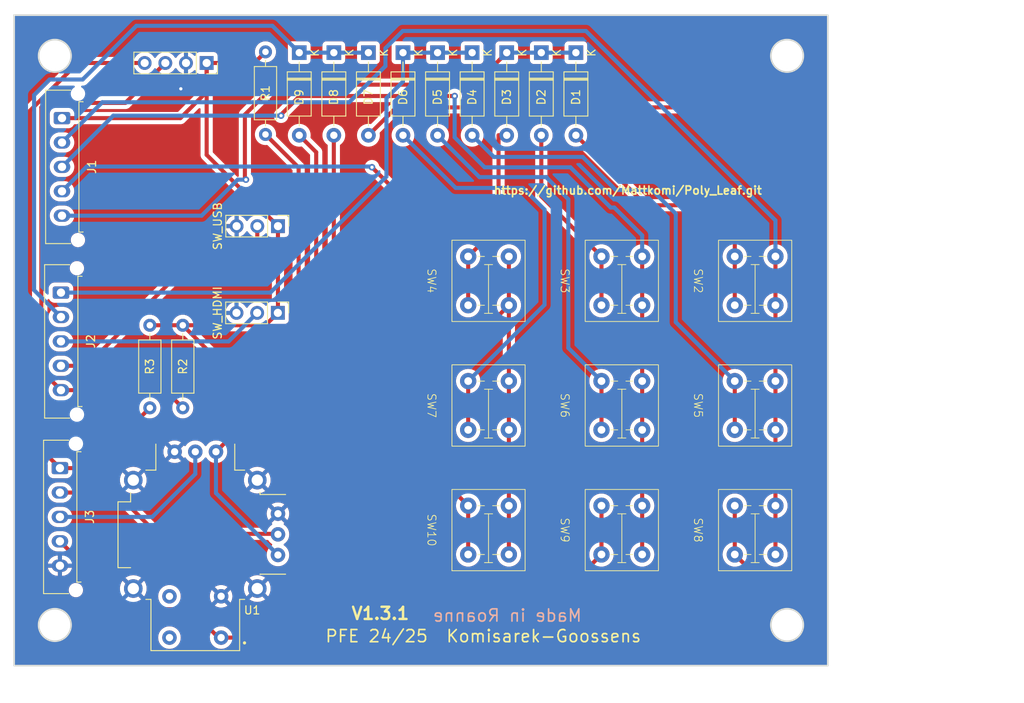
<source format=kicad_pcb>
(kicad_pcb (version 20221018) (generator pcbnew)
  (layers (0 "F.Cu" signal) (31 "B.Cu" signal) (34 "B.Paste" user) (35 "F.Paste" user) (36 "B.SilkS" user "B.Silkscreen") (37 "F.SilkS" user "F.Silkscreen") (38 "B.Mask" user) (39 "F.Mask" user) (44 "Edge.Cuts" user))
  (net 0 "")
  (net 1 "+3.3V")
  (net 2 "/Pin_joy_BP")
  (net 3 "/Pin_joy_X")
  (net 4 "GND")
  (net 5 "/Pin_joy_Y")
  (net 6 "/Col_0")
  (net 7 "Net-(D1-A)")
  (net 8 "/Col_1")
  (net 9 "Net-(D2-A)")
  (net 10 "/Col_2")
  (net 11 "Net-(D3-A)")
  (net 12 "Net-(D4-A)")
  (net 13 "Net-(D5-A)")
  (net 14 "Net-(D6-A)")
  (net 15 "Net-(D7-A)")
  (net 16 "Net-(D8-A)")
  (net 17 "Net-(D9-A)")
  (net 18 "/Ligne_0")
  (net 19 "/Ligne_1")
  (net 20 "/Ligne_2")
  (net 21 "/SCL")
  (net 22 "/SDA")
  (net 23 "/SW_HDMI")
  (net 24 "/SW_USB")
  (footprint "Diode_THT:D_A-405_P10.16mm_Horizontal" (layer "F.Cu") (at 85.04 54.61 -90)
    (fp_text reference "D9" hide)
    (fp_text value "D" hide)
    (fp_text user "K" (at 0 -1.9 90) (layer "F.SilkS"))
    (fp_text user "${REFERENCE}" (at 5.47 0 90) (layer "F.SilkS"))
    (pad "1" thru_hole rect (at 0 0 270) (size 1.8 1.8) (drill 0.9) (layers "*.Cu" "*.Mask") (net 20 "/Ligne_2"))
    (pad "2" thru_hole oval (at 10.16 0 270) (size 1.8 1.8) (drill 0.9) (layers "*.Cu" "*.Mask") (net 17 "Net-(D9-A)"))
  )
  (footprint "Diode_THT:D_A-405_P10.16mm_Horizontal" (layer "F.Cu") (at 89.29 54.61 -90)
    (fp_text reference "D8" hide)
    (fp_text value "D" hide)
    (fp_text user "K" (at 0 -1.9 90) (layer "F.SilkS"))
    (fp_text user "${REFERENCE}" (at 5.47 0 90) (layer "F.SilkS"))
    (pad "1" thru_hole rect (at 0 0 270) (size 1.8 1.8) (drill 0.9) (layers "*.Cu" "*.Mask") (net 20 "/Ligne_2"))
    (pad "2" thru_hole oval (at 10.16 0 270) (size 1.8 1.8) (drill 0.9) (layers "*.Cu" "*.Mask") (net 16 "Net-(D8-A)"))
  )
  (footprint "Library:XDCR_COM-09032" (layer "F.Cu") (at 72.263 113.8555 180)
    (fp_text reference "U1" (at -6.985 -9.3345) (layer "F.SilkS"))
    (fp_text value "COM-09032" hide)
    (pad "B1A" thru_hole circle (at -3.175 -12.7 180) (size 1.778 1.778) (drill 0.9) (layers "*.Cu" "*.Mask") (net 2 "/Pin_joy_BP"))
    (pad "B1B" thru_hole circle (at 3.175 -12.7 180) (size 1.778 1.778) (drill 0.9) (layers "*.Cu" "*.Mask"))
    (pad "B2A" thru_hole circle (at -3.175 -7.62 180) (size 1.778 1.778) (drill 0.9) (layers "*.Cu" "*.Mask") (net 4 "GND"))
    (pad "B2B" thru_hole circle (at 3.175 -7.62 180) (size 1.778 1.778) (drill 0.9) (layers "*.Cu" "*.Mask"))
    (pad "H1" thru_hole circle (at -2.54 10.16 180) (size 1.778 1.778) (drill 0.889) (layers "*.Cu" "*.Mask") (net 1 "+3.3V"))
    (pad "H2" thru_hole circle (at 0 10.16 180) (size 1.778 1.778) (drill 0.889) (layers "*.Cu" "*.Mask") (net 5 "/Pin_joy_Y"))
    (pad "H3" thru_hole circle (at 2.54 10.16 180) (size 1.778 1.778) (drill 0.889) (layers "*.Cu" "*.Mask") (net 4 "GND"))
    (pad "S1" thru_hole circle (at -7.62 -6.6675 180) (size 2.286 2.286) (drill 1.397) (layers "*.Cu" "*.Mask") (net 4 "GND"))
    (pad "S2" thru_hole circle (at -7.62 6.6675 180) (size 2.286 2.286) (drill 1.397) (layers "*.Cu" "*.Mask") (net 4 "GND"))
    (pad "S3" thru_hole circle (at 7.62 6.6675 180) (size 2.286 2.286) (drill 1.397) (layers "*.Cu" "*.Mask") (net 4 "GND"))
    (pad "S4" thru_hole circle (at 7.62 -6.6675 180) (size 2.286 2.286) (drill 1.397) (layers "*.Cu" "*.Mask") (net 4 "GND"))
    (pad "V1" thru_hole circle (at -10.16 -2.54 180) (size 1.778 1.778) (drill 0.889) (layers "*.Cu" "*.Mask") (net 1 "+3.3V"))
    (pad "V2" thru_hole circle (at -10.16 0 180) (size 1.778 1.778) (drill 0.889) (layers "*.Cu" "*.Mask") (net 3 "/Pin_joy_X"))
    (pad "V3" thru_hole circle (at -10.16 2.54 180) (size 1.778 1.778) (drill 0.889) (layers "*.Cu" "*.Mask") (net 4 "GND"))
  )
  (footprint "Library:PVA1 OA H1 1.2N V2" (layer "F.Cu") (at 120.187 98.0045 -90)
    (fp_text reference "SW6" (at 0 2.5 -90 unlocked) (layer "F.SilkS") (effects (font (thickness 0.1))))
    (fp_text value "SW_Push" hide)
    (pad "1" thru_hole circle (at -3 -7 270) (size 2 2) (drill 0.95) (layers "*.Cu" "*.Mask") (net 8 "/Col_1"))
    (pad "1" thru_hole circle (at 3 -7 270) (size 2 2) (drill 0.95) (layers "*.Cu" "*.Mask") (net 8 "/Col_1"))
    (pad "2" thru_hole circle (at -3 -2 270) (size 2 2) (drill 0.95) (layers "*.Cu" "*.Mask") (net 13 "Net-(D5-A)"))
    (pad "2" thru_hole circle (at 3 -2 270) (size 2 2) (drill 0.95) (layers "*.Cu" "*.Mask") (net 13 "Net-(D5-A)"))
  )
  (footprint "Connector_PinHeader_2.54mm:PinHeader_1x03_P2.54mm_Vertical" (layer "F.Cu") (at 82.408 86.614 -90)
    (fp_text reference "SW11" hide)
    (fp_text value "SW_HDMI" (at 0 7.41 90) (layer "F.SilkS"))
    (pad "1" thru_hole rect (at 0 0 270) (size 1.7 1.7) (drill 1) (layers "*.Cu" "*.Mask") (net 1 "+3.3V"))
    (pad "2" thru_hole oval (at 0 2.54 270) (size 1.7 1.7) (drill 1) (layers "*.Cu" "*.Mask") (net 23 "/SW_HDMI"))
    (pad "3" thru_hole oval (at 0 5.08 270) (size 1.7 1.7) (drill 1) (layers "*.Cu" "*.Mask") (net 4 "GND"))
  )
  (footprint "Diode_THT:D_A-405_P10.16mm_Horizontal" (layer "F.Cu") (at 97.79 54.61 -90)
    (fp_text reference "D6" hide)
    (fp_text value "D" hide)
    (fp_text user "K" (at 0 -1.9 90) (layer "F.SilkS"))
    (fp_text user "${REFERENCE}" (at 5.47 0 90) (layer "F.SilkS"))
    (pad "1" thru_hole rect (at 0 0 270) (size 1.8 1.8) (drill 0.9) (layers "*.Cu" "*.Mask") (net 19 "/Ligne_1"))
    (pad "2" thru_hole oval (at 10.16 0 270) (size 1.8 1.8) (drill 0.9) (layers "*.Cu" "*.Mask") (net 14 "Net-(D6-A)"))
  )
  (footprint "Connector_Molex:Molex_Micro-Fit_3.0_43650-0515_1x05_P3.00mm_Vertical" (layer "F.Cu") (at 55.753 84.122 -90)
    (fp_text reference "J2" (at 6 -3.67 90) (layer "F.SilkS"))
    (fp_text value "Conn_01x05_Pin" hide)
    (pad "" np_thru_hole circle (at -3 -1.96 270) (size 1.27 1.27) (drill 1.27) (layers "*.Cu" "*.Mask"))
    (pad "" np_thru_hole circle (at 15 -1.96 270) (size 1.27 1.27) (drill 1.27) (layers "*.Cu" "*.Mask"))
    (pad "1" thru_hole roundrect (at 0 0 270) (size 1.5 2.02) (drill 1.02) (layers "*.Cu" "*.Mask") (roundrect_rratio 0.166667) (net 19 "/Ligne_1"))
    (pad "2" thru_hole oval (at 3 0 270) (size 1.5 2.02) (drill 1.02) (layers "*.Cu" "*.Mask") (net 20 "/Ligne_2"))
    (pad "3" thru_hole oval (at 6 0 270) (size 1.5 2.02) (drill 1.02) (layers "*.Cu" "*.Mask") (net 23 "/SW_HDMI"))
    (pad "4" thru_hole oval (at 9 0 270) (size 1.5 2.02) (drill 1.02) (layers "*.Cu" "*.Mask") (net 24 "/SW_USB"))
    (pad "5" thru_hole oval (at 12 0 270) (size 1.5 2.02) (drill 1.02) (layers "*.Cu" "*.Mask") (net 21 "/SCL"))
  )
  (footprint "Library:PVA1 OA H1 1.2N V2" (layer "F.Cu") (at 136.57 98.0045 -90)
    (fp_text reference "SW5" (at 0 2.5 -90 unlocked) (layer "F.SilkS") (effects (font (thickness 0.1))))
    (fp_text value "SW_Push" hide)
    (pad "1" thru_hole circle (at -3 -7 270) (size 2 2) (drill 0.95) (layers "*.Cu" "*.Mask") (net 6 "/Col_0"))
    (pad "1" thru_hole circle (at 3 -7 270) (size 2 2) (drill 0.95) (layers "*.Cu" "*.Mask") (net 6 "/Col_0"))
    (pad "2" thru_hole circle (at -3 -2 270) (size 2 2) (drill 0.95) (layers "*.Cu" "*.Mask") (net 12 "Net-(D4-A)"))
    (pad "2" thru_hole circle (at 3 -2 270) (size 2 2) (drill 0.95) (layers "*.Cu" "*.Mask") (net 12 "Net-(D4-A)"))
  )
  (footprint "Connector_Molex:Molex_Micro-Fit_3.0_43650-0515_1x05_P3.00mm_Vertical" (layer "F.Cu") (at 55.626 105.712 -90)
    (fp_text reference "J3" (at 6 -3.67 90) (layer "F.SilkS"))
    (fp_text value "Conn_01x05_Pin" hide)
    (pad "" np_thru_hole circle (at -3 -1.96 270) (size 1.27 1.27) (drill 1.27) (layers "*.Cu" "*.Mask"))
    (pad "" np_thru_hole circle (at 15 -1.96 270) (size 1.27 1.27) (drill 1.27) (layers "*.Cu" "*.Mask"))
    (pad "1" thru_hole roundrect (at 0 0 270) (size 1.5 2.02) (drill 1.02) (layers "*.Cu" "*.Mask") (roundrect_rratio 0.166667) (net 22 "/SDA"))
    (pad "2" thru_hole oval (at 3 0 270) (size 1.5 2.02) (drill 1.02) (layers "*.Cu" "*.Mask") (net 3 "/Pin_joy_X"))
    (pad "3" thru_hole oval (at 6 0 270) (size 1.5 2.02) (drill 1.02) (layers "*.Cu" "*.Mask") (net 5 "/Pin_joy_Y"))
    (pad "4" thru_hole oval (at 9 0 270) (size 1.5 2.02) (drill 1.02) (layers "*.Cu" "*.Mask") (net 2 "/Pin_joy_BP"))
    (pad "5" thru_hole oval (at 12 0 270) (size 1.5 2.02) (drill 1.02) (layers "*.Cu" "*.Mask") (net 4 "GND"))
  )
  (footprint "Library:PVA1 OA H1 1.2N V2" (layer "F.Cu") (at 120.187 113.332 -90)
    (fp_text reference "SW9" (at 0 2.5 -90 unlocked) (layer "F.SilkS") (effects (font (thickness 0.1))))
    (fp_text value "SW_Push" hide)
    (pad "1" thru_hole circle (at -3 -7 270) (size 2 2) (drill 0.95) (layers "*.Cu" "*.Mask") (net 8 "/Col_1"))
    (pad "1" thru_hole circle (at 3 -7 270) (size 2 2) (drill 0.95) (layers "*.Cu" "*.Mask") (net 8 "/Col_1"))
    (pad "2" thru_hole circle (at -3 -2 270) (size 2 2) (drill 0.95) (layers "*.Cu" "*.Mask") (net 16 "Net-(D8-A)"))
    (pad "2" thru_hole circle (at 3 -2 270) (size 2 2) (drill 0.95) (layers "*.Cu" "*.Mask") (net 16 "Net-(D8-A)"))
  )
  (footprint "Diode_THT:D_A-405_P10.16mm_Horizontal" (layer "F.Cu") (at 93.54 54.61 -90)
    (fp_text reference "D7" hide)
    (fp_text value "D" hide)
    (fp_text user "${REFERENCE}" (at 5.47 0 90) (layer "F.SilkS"))
    (fp_text user "K" (at 0 -1.9 90) (layer "F.SilkS"))
    (pad "1" thru_hole rect (at 0 0 270) (size 1.8 1.8) (drill 0.9) (layers "*.Cu" "*.Mask") (net 20 "/Ligne_2"))
    (pad "2" thru_hole oval (at 10.16 0 270) (size 1.8 1.8) (drill 0.9) (layers "*.Cu" "*.Mask") (net 15 "Net-(D7-A)"))
  )
  (footprint "Connector_Molex:Molex_Micro-Fit_3.0_43650-0515_1x05_P3.00mm_Vertical" (layer "F.Cu") (at 55.88 62.659 -90)
    (fp_text reference "J1" (at 6 -3.67 90) (layer "F.SilkS"))
    (fp_text value "Conn_01x05_Pin" hide)
    (pad "" np_thru_hole circle (at -3 -1.96 270) (size 1.27 1.27) (drill 1.27) (layers "*.Cu" "*.Mask"))
    (pad "" np_thru_hole circle (at 15 -1.96 270) (size 1.27 1.27) (drill 1.27) (layers "*.Cu" "*.Mask"))
    (pad "1" thru_hole roundrect (at 0 0 270) (size 1.5 2.02) (drill 1.02) (layers "*.Cu" "*.Mask") (roundrect_rratio 0.166667) (net 1 "+3.3V"))
    (pad "2" thru_hole oval (at 3 0 270) (size 1.5 2.02) (drill 1.02) (layers "*.Cu" "*.Mask") (net 6 "/Col_0"))
    (pad "3" thru_hole oval (at 6 0 270) (size 1.5 2.02) (drill 1.02) (layers "*.Cu" "*.Mask") (net 8 "/Col_1"))
    (pad "4" thru_hole oval (at 9 0 270) (size 1.5 2.02) (drill 1.02) (layers "*.Cu" "*.Mask") (net 10 "/Col_2"))
    (pad "5" thru_hole oval (at 12 0 270) (size 1.5 2.02) (drill 1.02) (layers "*.Cu" "*.Mask") (net 18 "/Ligne_0"))
  )
  (footprint "Library:PVA1 OA H1 1.2N V2" (layer "F.Cu") (at 103.804 98.0045 -90)
    (fp_text reference "SW7" (at 0 2.5 -90 unlocked) (layer "F.SilkS") (effects (font (thickness 0.1))))
    (fp_text value "SW_Push" hide)
    (pad "1" thru_hole circle (at -3 -7 270) (size 2 2) (drill 0.95) (layers "*.Cu" "*.Mask") (net 10 "/Col_2"))
    (pad "1" thru_hole circle (at 3 -7 270) (size 2 2) (drill 0.95) (layers "*.Cu" "*.Mask") (net 10 "/Col_2"))
    (pad "2" thru_hole circle (at -3 -2 270) (size 2 2) (drill 0.95) (layers "*.Cu" "*.Mask") (net 14 "Net-(D6-A)"))
    (pad "2" thru_hole circle (at 3 -2 270) (size 2 2) (drill 0.95) (layers "*.Cu" "*.Mask") (net 14 "Net-(D6-A)"))
  )
  (footprint "Connector_PinHeader_2.54mm:PinHeader_1x03_P2.54mm_Vertical" (layer "F.Cu") (at 82.423 75.946 -90)
    (fp_text reference "SW12" hide)
    (fp_text value "SW_USB" (at 0 7.41 90) (layer "F.SilkS"))
    (pad "1" thru_hole rect (at 0 0 270) (size 1.7 1.7) (drill 1) (layers "*.Cu" "*.Mask") (net 1 "+3.3V"))
    (pad "2" thru_hole oval (at 0 2.54 270) (size 1.7 1.7) (drill 1) (layers "*.Cu" "*.Mask") (net 24 "/SW_USB"))
    (pad "3" thru_hole oval (at 0 5.08 270) (size 1.7 1.7) (drill 1) (layers "*.Cu" "*.Mask") (net 4 "GND"))
  )
  (footprint "Library:PVA1 OA H1 1.2N V2" (layer "F.Cu") (at 136.57 82.677 -90)
    (fp_text reference "SW2" (at 0 2.5 -90 unlocked) (layer "F.SilkS") (effects (font (thickness 0.1))))
    (fp_text value "SW_Push" hide)
    (pad "1" thru_hole circle (at -3 -7 270) (size 2 2) (drill 0.95) (layers "*.Cu" "*.Mask") (net 6 "/Col_0"))
    (pad "1" thru_hole circle (at 3 -7 270) (size 2 2) (drill 0.95) (layers "*.Cu" "*.Mask") (net 6 "/Col_0"))
    (pad "2" thru_hole circle (at -3 -2 270) (size 2 2) (drill 0.95) (layers "*.Cu" "*.Mask") (net 7 "Net-(D1-A)"))
    (pad "2" thru_hole circle (at 3 -2 270) (size 2 2) (drill 0.95) (layers "*.Cu" "*.Mask") (net 7 "Net-(D1-A)"))
  )
  (footprint "Diode_THT:D_A-405_P10.16mm_Horizontal" (layer "F.Cu") (at 114.79 54.61 -90)
    (fp_text reference "D2" hide)
    (fp_text value "D" hide)
    (fp_text user "K" (at 0 -1.9 90) (layer "F.SilkS"))
    (fp_text user "${REFERENCE}" (at 5.47 0 90) (layer "F.SilkS"))
    (pad "1" thru_hole rect (at 0 0 270) (size 1.8 1.8) (drill 0.9) (layers "*.Cu" "*.Mask") (net 18 "/Ligne_0"))
    (pad "2" thru_hole oval (at 10.16 0 270) (size 1.8 1.8) (drill 0.9) (layers "*.Cu" "*.Mask") (net 9 "Net-(D2-A)"))
  )
  (footprint "Connector_PinSocket_2.54mm:PinSocket_1x04_P2.54mm_Vertical" (layer "F.Cu") (at 73.66 55.88 -90)
    (fp_text reference "J10" hide)
    (fp_text value "OLed screen" hide)
    (pad "1" thru_hole rect (at 0 0 270) (size 1.7 1.7) (drill 1) (layers "*.Cu" "*.Mask") (net 1 "+3.3V"))
    (pad "2" thru_hole oval (at 0 2.54 270) (size 1.7 1.7) (drill 1) (layers "*.Cu" "*.Mask") (net 4 "GND"))
    (pad "3" thru_hole oval (at 0 5.08 270) (size 1.7 1.7) (drill 1) (layers "*.Cu" "*.Mask") (net 21 "/SCL"))
    (pad "4" thru_hole oval (at 0 7.62 270) (size 1.7 1.7) (drill 1) (layers "*.Cu" "*.Mask") (net 22 "/SDA"))
  )
  (footprint "Diode_THT:D_A-405_P10.16mm_Horizontal" (layer "F.Cu") (at 119.04 54.61 -90)
    (fp_text reference "D1" hide)
    (fp_text value "D" hide)
    (fp_text user "${REFERENCE}" (at 5.47 0 90) (layer "F.SilkS"))
    (fp_text user "K" (at 0 -1.9 90) (layer "F.SilkS"))
    (pad "1" thru_hole rect (at 0 0 270) (size 1.8 1.8) (drill 0.9) (layers "*.Cu" "*.Mask") (net 18 "/Ligne_0"))
    (pad "2" thru_hole oval (at 10.16 0 270) (size 1.8 1.8) (drill 0.9) (layers "*.Cu" "*.Mask") (net 7 "Net-(D1-A)"))
  )
  (footprint "Diode_THT:D_A-405_P10.16mm_Horizontal" (layer "F.Cu") (at 106.29 54.61 -90)
    (fp_text reference "D4" hide)
    (fp_text value "D" hide)
    (fp_text user "${REFERENCE}" (at 5.47 0 90) (layer "F.SilkS"))
    (fp_text user "K" (at 0 -1.9 90) (layer "F.SilkS"))
    (pad "1" thru_hole rect (at 0 0 270) (size 1.8 1.8) (drill 0.9) (layers "*.Cu" "*.Mask") (net 19 "/Ligne_1"))
    (pad "2" thru_hole oval (at 10.16 0 270) (size 1.8 1.8) (drill 0.9) (layers "*.Cu" "*.Mask") (net 12 "Net-(D4-A)"))
  )
  (footprint "Resistor_THT:R_Axial_DIN0207_L6.3mm_D2.5mm_P10.16mm_Horizontal" (layer "F.Cu") (at 70.725 88.138 -90)
    (fp_text reference "R2" (at 5.08 -0.014 90) (layer "F.SilkS"))
    (fp_text value "4.7k" hide)
    (pad "1" thru_hole circle (at 0 0 270) (size 1.6 1.6) (drill 0.8) (layers "*.Cu" "*.Mask") (net 1 "+3.3V"))
    (pad "2" thru_hole oval (at 10.16 0 270) (size 1.6 1.6) (drill 0.8) (layers "*.Cu" "*.Mask") (net 21 "/SCL"))
  )
  (footprint "Library:PVA1 OA H1 1.2N V2" (layer "F.Cu") (at 103.804 82.677 -90)
    (fp_text reference "SW4" (at 0 2.5 -90 unlocked) (layer "F.SilkS") (effects (font (thickness 0.1))))
    (fp_text value "SW_Push" hide)
    (pad "1" thru_hole circle (at -3 -7 270) (size 2 2) (drill 0.95) (layers "*.Cu" "*.Mask") (net 10 "/Col_2"))
    (pad "1" thru_hole circle (at 3 -7 270) (size 2 2) (drill 0.95) (layers "*.Cu" "*.Mask") (net 10 "/Col_2"))
    (pad "2" thru_hole circle (at -3 -2 270) (size 2 2) (drill 0.95) (layers "*.Cu" "*.Mask") (net 11 "Net-(D3-A)"))
    (pad "2" thru_hole circle (at 3 -2 270) (size 2 2) (drill 0.95) (layers "*.Cu" "*.Mask") (net 11 "Net-(D3-A)"))
  )
  (footprint "Diode_THT:D_A-405_P10.16mm_Horizontal" (layer "F.Cu") (at 102.04 54.61 -90)
    (fp_text reference "D5" hide)
    (fp_text value "D" hide)
    (fp_text user "K" (at 0 -1.9 90) (layer "F.SilkS"))
    (fp_text user "${REFERENCE}" (at 5.47 0 90) (layer "F.SilkS"))
    (pad "1" thru_hole rect (at 0 0 270) (size 1.8 1.8) (drill 0.9) (layers "*.Cu" "*.Mask") (net 19 "/Ligne_1"))
    (pad "2" thru_hole oval (at 10.16 0 270) (size 1.8 1.8) (drill 0.9) (layers "*.Cu" "*.Mask") (net 13 "Net-(D5-A)"))
  )
  (footprint "Resistor_THT:R_Axial_DIN0207_L6.3mm_D2.5mm_P10.16mm_Horizontal" (layer "F.Cu") (at 66.675 88.138 -90)
    (fp_text reference "R3" (at 5.08 0 90) (layer "F.SilkS"))
    (fp_text value "4.7k" hide)
    (pad "1" thru_hole circle (at 0 0 270) (size 1.6 1.6) (drill 0.8) (layers "*.Cu" "*.Mask") (net 1 "+3.3V"))
    (pad "2" thru_hole oval (at 10.16 0 270) (size 1.6 1.6) (drill 0.8) (layers "*.Cu" "*.Mask") (net 22 "/SDA"))
  )
  (footprint "Library:PVA1 OA H1 1.2N V2" (layer "F.Cu") (at 120.187 82.677 -90)
    (fp_text reference "SW3" (at 0 2.5 -90 unlocked) (layer "F.SilkS") (effects (font (thickness 0.1))))
    (fp_text value "SW_Push" hide)
    (pad "1" thru_hole circle (at -3 -7 270) (size 2 2) (drill 0.95) (layers "*.Cu" "*.Mask") (net 8 "/Col_1"))
    (pad "1" thru_hole circle (at 3 -7 270) (size 2 2) (drill 0.95) (layers "*.Cu" "*.Mask") (net 8 "/Col_1"))
    (pad "2" thru_hole circle (at -3 -2 270) (size 2 2) (drill 0.95) (layers "*.Cu" "*.Mask") (net 9 "Net-(D2-A)"))
    (pad "2" thru_hole circle (at 3 -2 270) (size 2 2) (drill 0.95) (layers "*.Cu" "*.Mask") (net 9 "Net-(D2-A)"))
  )
  (footprint "Diode_THT:D_A-405_P10.16mm_Horizontal" (layer "F.Cu") (at 110.54 54.61 -90)
    (fp_text reference "D3" hide)
    (fp_text value "D" hide)
    (fp_text user "K" (at 0 -1.9 90) (layer "F.SilkS"))
    (fp_text user "${REFERENCE}" (at 5.47 0 90) (layer "F.SilkS"))
    (pad "1" thru_hole rect (at 0 0 270) (size 1.8 1.8) (drill 0.9) (layers "*.Cu" "*.Mask") (net 18 "/Ligne_0"))
    (pad "2" thru_hole oval (at 10.16 0 270) (size 1.8 1.8) (drill 0.9) (layers "*.Cu" "*.Mask") (net 11 "Net-(D3-A)"))
  )
  (footprint "Library:PVA1 OA H1 1.2N V2" (layer "F.Cu") (at 103.804 113.332 -90)
    (fp_text reference "SW10" (at 0 2.5 -90 unlocked) (layer "F.SilkS") (effects (font (thickness 0.1))))
    (fp_text value "SW_Push" hide)
    (pad "1" thru_hole circle (at -3 -7 270) (size 2 2) (drill 0.95) (layers "*.Cu" "*.Mask") (net 10 "/Col_2"))
    (pad "1" thru_hole circle (at 3 -7 270) (size 2 2) (drill 0.95) (layers "*.Cu" "*.Mask") (net 10 "/Col_2"))
    (pad "2" thru_hole circle (at -3 -2 270) (size 2 2) (drill 0.95) (layers "*.Cu" "*.Mask") (net 17 "Net-(D9-A)"))
    (pad "2" thru_hole circle (at 3 -2 270) (size 2 2) (drill 0.95) (layers "*.Cu" "*.Mask") (net 17 "Net-(D9-A)"))
  )
  (footprint "Resistor_THT:R_Axial_DIN0207_L6.3mm_D2.5mm_P10.16mm_Horizontal" (layer "F.Cu") (at 80.89 54.51 -90)
    (fp_text reference "R1" hide)
    (fp_text value "10K" hide)
    (fp_text user "${REFERENCE}" (at 5.08 0 90) (layer "F.SilkS"))
    (pad "1" thru_hole circle (at 0 0 270) (size 1.6 1.6) (drill 0.8) (layers "*.Cu" "*.Mask") (net 1 "+3.3V"))
    (pad "2" thru_hole oval (at 10.16 0 270) (size 1.6 1.6) (drill 0.8) (layers "*.Cu" "*.Mask") (net 2 "/Pin_joy_BP"))
  )
  (footprint "Library:PVA1 OA H1 1.2N V2" (layer "F.Cu") (at 136.57 113.332 -90)
    (fp_text reference "SW8" (at 0 2.5 -90 unlocked) (layer "F.SilkS") (effects (font (thickness 0.1))))
    (fp_text value "SW_Push" hide)
    (pad "1" thru_hole circle (at -3 -7 270) (size 2 2) (drill 0.95) (layers "*.Cu" "*.Mask") (net 6 "/Col_0"))
    (pad "1" thru_hole circle (at 3 -7 270) (size 2 2) (drill 0.95) (layers "*.Cu" "*.Mask") (net 6 "/Col_0"))
    (pad "2" thru_hole circle (at -3 -2 270) (size 2 2) (drill 0.95) (layers "*.Cu" "*.Mask") (net 15 "Net-(D7-A)"))
    (pad "2" thru_hole circle (at 3 -2 270) (size 2 2) (drill 0.95) (layers "*.Cu" "*.Mask") (net 15 "Net-(D7-A)"))
  )
  (gr_circle (center 55 55) (end 57 55) (stroke (width 0.2)) (fill none) (layer "Edge.Cuts"))
  (gr_circle (center 145 125) (end 147 125) (stroke (width 0.2)) (fill none) (layer "Edge.Cuts"))
  (gr_circle (center 55 125) (end 57 125) (stroke (width 0.2)) (fill none) (layer "Edge.Cuts"))
  (gr_rect (start 50 50) (end 150 130) (stroke (width 0.2)) (fill none) (layer "Edge.Cuts"))
  (gr_circle (center 145 55) (end 147 55) (stroke (width 0.2)) (fill none) (layer "Edge.Cuts"))
  (gr_text "Made in Roanne" (at 119.888 124.714) (layer "B.SilkS") (effects (font (size 1.5 1.5) (thickness 0.2) bold) (justify left bottom mirror)))
  (gr_text "PFE 24/25  Komisarek-Goossens" (at 88.138 127.254) (layer "F.SilkS") (effects (font (size 1.5 1.5) (thickness 0.2)) (justify left bottom)))
  (gr_text "V1.3.1" (at 91.313 124.46) (layer "F.SilkS") (effects (font (size 1.5 1.5) (thickness 0.3) bold) (justify left bottom)))
  (gr_text "https://github.com/Mattkomi/Poly_Leaf.git" (at 108.839 72.136) (layer "F.SilkS") (effects (font (size 1 1) (thickness 0.2) bold) (justify left bottom)))
  (segment (start 70.725 88.138) (end 66.675 88.138) (width 0.5) (layer "F.Cu") (net 1))
  (segment (start 70.725 88.138) (end 77.47 94.883) (width 0.5) (layer "F.Cu") (net 1))
  (segment (start 79.52 55.88) (end 80.89 54.51) (width 0.5) (layer "F.Cu") (net 1))
  (segment (start 80.884 88.138) (end 70.725 88.138) (width 0.5) (layer "F.Cu") (net 1))
  (segment (start 73.66 55.88) (end 73.66 67.183) (width 0.5) (layer "F.Cu") (net 1))
  (segment (start 82.423 75.946) (end 82.423 86.599) (width 0.5) (layer "F.Cu") (net 1))
  (segment (start 77.47 101.0285) (end 74.803 103.6955) (width 0.5) (layer "F.Cu") (net 1))
  (segment (start 73.66 67.183) (end 82.423 75.946) (width 0.5) (layer "F.Cu") (net 1))
  (segment (start 55.88 62.659) (end 70.437 62.659) (width 0.5) (layer "F.Cu") (net 1))
  (segment (start 82.423 86.599) (end 82.408 86.614) (width 0.5) (layer "F.Cu") (net 1))
  (segment (start 73.66 55.88) (end 79.52 55.88) (width 0.5) (layer "F.Cu") (net 1))
  (segment (start 82.408 86.614) (end 80.884 88.138) (width 0.5) (layer "F.Cu") (net 1))
  (segment (start 77.47 94.883) (end 77.47 101.0285) (width 0.5) (layer "F.Cu") (net 1))
  (segment (start 70.437 62.659) (end 73.66 59.436) (width 0.5) (layer "F.Cu") (net 1))
  (segment (start 73.66 59.436) (end 73.66 55.88) (width 0.5) (layer "F.Cu") (net 1))
  (segment (start 82.423 116.3955) (end 74.803 108.7755) (width 0.5) (layer "B.Cu") (net 1))
  (segment (start 74.803 108.7755) (end 74.803 103.6955) (width 0.5) (layer "B.Cu") (net 1))
  (segment (start 75.1205 126.5555) (end 75.438 126.5555) (width 0.5) (layer "F.Cu") (net 2))
  (segment (start 55.626 114.712) (end 63.977 123.063) (width 0.5) (layer "F.Cu") (net 2))
  (segment (start 84.963 68.743) (end 80.89 64.67) (width 0.5) (layer "F.Cu") (net 2))
  (segment (start 87.376 106.553) (end 84.963 104.14) (width 0.5) (layer "F.Cu") (net 2))
  (segment (start 84.963 104.14) (end 84.963 68.743) (width 0.5) (layer "F.Cu") (net 2))
  (segment (start 87.376 118.605235) (end 87.376 106.553) (width 0.5) (layer "F.Cu") (net 2))
  (segment (start 63.977 123.063) (end 71.628 123.063) (width 0.5) (layer "F.Cu") (net 2))
  (segment (start 75.438 126.5555) (end 79.425735 126.5555) (width 0.5) (layer "F.Cu") (net 2))
  (segment (start 71.628 123.063) (end 75.1205 126.5555) (width 0.5) (layer "F.Cu") (net 2))
  (segment (start 79.425735 126.5555) (end 87.376 118.605235) (width 0.5) (layer "F.Cu") (net 2))
  (segment (start 55.626 108.712) (end 62.484 108.712) (width 0.5) (layer "F.Cu") (net 3))
  (segment (start 67.564 113.792) (end 82.3595 113.792) (width 0.5) (layer "F.Cu") (net 3))
  (segment (start 82.3595 113.792) (end 82.423 113.8555) (width 0.5) (layer "F.Cu") (net 3))
  (segment (start 62.484 108.712) (end 67.564 113.792) (width 0.5) (layer "F.Cu") (net 3))
  (via (at 70.485 59.055) (size 0.8) (drill 0.4) (layers "F.Cu" "B.Cu") (net 4))
  (segment (start 66.977 111.712) (end 55.626 111.712) (width 0.5) (layer "B.Cu") (net 5))
  (segment (start 72.263 106.426) (end 66.977 111.712) (width 0.5) (layer "B.Cu") (net 5))
  (segment (start 72.263 103.6955) (end 72.263 106.426) (width 0.5) (layer "B.Cu") (net 5))
  (segment (start 143.57 79.677) (end 143.57 116.332) (width 0.5) (layer "F.Cu") (net 6))
  (segment (start 95.631 56.261) (end 95.631 54.069) (width 0.5) (layer "B.Cu") (net 6))
  (segment (start 143.57 75.244) (end 143.57 79.677) (width 0.5) (layer "B.Cu") (net 6))
  (segment (start 120.269 51.943) (end 143.57 75.244) (width 0.5) (layer "B.Cu") (net 6))
  (segment (start 97.757 51.943) (end 120.269 51.943) (width 0.5) (layer "B.Cu") (net 6))
  (segment (start 91.186 60.706) (end 95.631 56.261) (width 0.5) (layer "B.Cu") (net 6))
  (segment (start 95.631 54.069) (end 97.757 51.943) (width 0.5) (layer "B.Cu") (net 6))
  (segment (start 55.88 65.659) (end 60.833 60.706) (width 0.5) (layer "B.Cu") (net 6))
  (segment (start 60.833 60.706) (end 91.186 60.706) (width 0.5) (layer "B.Cu") (net 6))
  (segment (start 127.648 73.378) (end 119.04 64.77) (width 0.5) (layer "F.Cu") (net 7))
  (segment (start 138.57 85.677) (end 138.57 79.677) (width 0.5) (layer "F.Cu") (net 7))
  (segment (start 138.57 79.677) (end 138.57 73.378) (width 0.5) (layer "F.Cu") (net 7))
  (segment (start 138.57 73.378) (end 127.648 73.378) (width 0.5) (layer "F.Cu") (net 7))
  (segment (start 82.677 62.357) (end 82.804 62.23) (width 0.5) (layer "F.Cu") (net 8))
  (segment (start 104.14 59.944) (end 85.09 59.944) (width 0.5) (layer "F.Cu") (net 8))
  (segment (start 82.804 62.23) (end 82.804 62.357) (width 0.5) (layer "F.Cu") (net 8))
  (segment (start 82.804 62.357) (end 82.677 62.357) (width 0.5) (layer "F.Cu") (net 8))
  (segment (start 85.09 59.944) (end 82.804 62.23) (width 0.5) (layer "F.Cu") (net 8))
  (segment (start 127.187 116.332) (end 127.187 79.677) (width 0.5) (layer "F.Cu") (net 8))
  (via (at 82.804 62.357) (size 0.8) (drill 0.4) (layers "F.Cu" "B.Cu") (net 8))
  (via (at 104.14 59.944) (size 0.8) (drill 0.4) (layers "F.Cu" "B.Cu") (net 8))
  (segment (start 118.364 68.707) (end 107.823 68.707) (width 0.5) (layer "B.Cu") (net 8))
  (segment (start 127.187 77.085811) (end 123.761189 73.66) (width 0.5) (layer "B.Cu") (net 8))
  (segment (start 127.187 79.677) (end 127.187 77.085811) (width 0.5) (layer "B.Cu") (net 8))
  (segment (start 62.182 62.357) (end 55.88 68.659) (width 0.5) (layer "B.Cu") (net 8))
  (segment (start 82.804 62.357) (end 62.182 62.357) (width 0.5) (layer "B.Cu") (net 8))
  (segment (start 123.761189 73.66) (end 123.317 73.66) (width 0.5) (layer "B.Cu") (net 8))
  (segment (start 104.14 59.944) (end 104.14 60.071) (width 0.5) (layer "B.Cu") (net 8))
  (segment (start 107.823 68.707) (end 104.14 65.024) (width 0.5) (layer "B.Cu") (net 8))
  (segment (start 104.14 65.024) (end 104.14 59.944) (width 0.5) (layer "B.Cu") (net 8))
  (segment (start 123.317 73.66) (end 118.364 68.707) (width 0.5) (layer "B.Cu") (net 8))
  (segment (start 122.187 85.677) (end 122.187 79.677) (width 0.5) (layer "F.Cu") (net 9))
  (segment (start 114.79 72.28) (end 122.187 79.677) (width 0.5) (layer "F.Cu") (net 9))
  (segment (start 114.79 64.77) (end 114.79 72.28) (width 0.5) (layer "F.Cu") (net 9))
  (segment (start 105.537 89.154) (end 107.327 89.154) (width 0.5) (layer "F.Cu") (net 10))
  (segment (start 107.327 89.154) (end 110.804 85.677) (width 0.5) (layer "F.Cu") (net 10))
  (segment (start 102.743 77.47) (end 102.743 86.36) (width 0.5) (layer "F.Cu") (net 10))
  (segment (start 102.743 86.36) (end 105.537 89.154) (width 0.5) (layer "F.Cu") (net 10))
  (segment (start 93.98 68.707) (end 102.743 77.47) (width 0.5) (layer "F.Cu") (net 10))
  (segment (start 110.804 79.677) (end 110.804 116.332) (width 0.5) (layer "F.Cu") (net 10))
  (via (at 93.98 68.707) (size 0.8) (drill 0.4) (layers "F.Cu" "B.Cu") (net 10))
  (segment (start 55.88 71.659) (end 58.922 68.617) (width 0.5) (layer "B.Cu") (net 10))
  (segment (start 58.922 68.617) (end 93.89 68.617) (width 0.5) (layer "B.Cu") (net 10))
  (segment (start 93.89 68.617) (end 93.98 68.707) (width 0.5) (layer "B.Cu") (net 10))
  (segment (start 109.535 64.77) (end 109.535 75.946) (width 0.5) (layer "F.Cu") (net 11))
  (segment (start 105.804 85.677) (end 105.804 79.677) (width 0.5) (layer "F.Cu") (net 11))
  (segment (start 109.535 75.946) (end 105.804 79.677) (width 0.5) (layer "F.Cu") (net 11))
  (segment (start 109.535 64.77) (end 110.54 64.77) (width 0.5) (layer "F.Cu") (net 11))
  (segment (start 138.57 101.0045) (end 138.57 95.0045) (width 0.5) (layer "F.Cu") (net 12))
  (segment (start 131.318 74.422) (end 128.397 71.501) (width 0.5) (layer "B.Cu") (net 12))
  (segment (start 131.318 87.7525) (end 131.318 74.422) (width 0.5) (layer "B.Cu") (net 12))
  (segment (start 128.397 71.501) (end 123.943 71.501) (width 0.5) (layer "B.Cu") (net 12))
  (segment (start 123.943 71.501) (end 119.879 67.437) (width 0.5) (layer "B.Cu") (net 12))
  (segment (start 138.57 95.0045) (end 131.318 87.7525) (width 0.5) (layer "B.Cu") (net 12))
  (segment (start 119.879 67.437) (end 108.957 67.437) (width 0.5) (layer "B.Cu") (net 12))
  (segment (start 108.957 67.437) (end 106.29 64.77) (width 0.5) (layer "B.Cu") (net 12))
  (segment (start 122.187 101.0045) (end 122.187 95.0045) (width 0.5) (layer "F.Cu") (net 13))
  (segment (start 115.443 69.918) (end 107.188 69.918) (width 0.5) (layer "B.Cu") (net 13))
  (segment (start 115.443 69.977) (end 118.11 72.644) (width 0.5) (layer "B.Cu") (net 13))
  (segment (start 107.188 69.918) (end 102.04 64.77) (width 0.5) (layer "B.Cu") (net 13))
  (segment (start 115.443 69.918) (end 115.443 69.977) (width 0.5) (layer "B.Cu") (net 13))
  (segment (start 118.11 90.9275) (end 118.11 72.644) (width 0.5) (layer "B.Cu") (net 13))
  (segment (start 122.187 95.0045) (end 118.11 90.9275) (width 0.5) (layer "B.Cu") (net 13))
  (segment (start 105.804 101.0045) (end 105.804 95.0045) (width 0.5) (layer "F.Cu") (net 14))
  (segment (start 115.189 73.914) (end 115.189 85.6195) (width 0.5) (layer "B.Cu") (net 14))
  (segment (start 112.522 71.247) (end 115.189 73.914) (width 0.5) (layer "B.Cu") (net 14))
  (segment (start 115.189 85.6195) (end 105.804 95.0045) (width 0.5) (layer "B.Cu") (net 14))
  (segment (start 97.79 64.77) (end 104.267 71.247) (width 0.5) (layer "B.Cu") (net 14))
  (segment (start 104.267 71.247) (end 112.522 71.247) (width 0.5) (layer "B.Cu") (net 14))
  (segment (start 93.54 64.77) (end 96.969 61.341) (width 0.5) (layer "F.Cu") (net 15))
  (segment (start 147.193 118.11) (end 145.034 120.269) (width 0.5) (layer "F.Cu") (net 15))
  (segment (start 142.507 120.269) (end 138.57 116.332) (width 0.5) (layer "F.Cu") (net 15))
  (segment (start 138.57 116.332) (end 138.57 110.332) (width 0.5) (layer "F.Cu") (net 15))
  (segment (start 147.193 71.755) (end 147.193 118.11) (width 0.5) (layer "F.Cu") (net 15))
  (segment (start 145.034 120.269) (end 142.507 120.269) (width 0.5) (layer "F.Cu") (net 15))
  (segment (start 96.969 61.341) (end 136.779 61.341) (width 0.5) (layer "F.Cu") (net 15))
  (segment (start 136.779 61.341) (end 147.193 71.755) (width 0.5) (layer "F.Cu") (net 15))
  (segment (start 111.506 120.777) (end 107.95 117.221) (width 0.5) (layer "F.Cu") (net 16))
  (segment (start 100.584 101.219) (end 91.948 101.219) (width 0.5) (layer "F.Cu") (net 16))
  (segment (start 117.742 120.777) (end 111.506 120.777) (width 0.5) (layer "F.Cu") (net 16))
  (segment (start 122.187 116.332) (end 117.742 120.777) (width 0.5) (layer "F.Cu") (net 16))
  (segment (start 122.187 116.332) (end 122.187 110.332) (width 0.5) (layer "F.Cu") (net 16))
  (segment (start 89.29 98.561) (end 89.29 64.77) (width 0.5) (layer "F.Cu") (net 16))
  (segment (start 107.95 117.221) (end 107.95 108.585) (width 0.5) (layer "F.Cu") (net 16))
  (segment (start 107.95 108.585) (end 100.584 101.219) (width 0.5) (layer "F.Cu") (net 16))
  (segment (start 91.948 101.219) (end 89.29 98.561) (width 0.5) (layer "F.Cu") (net 16))
  (segment (start 87.122 66.852) (end 85.04 64.77) (width 0.5) (layer "F.Cu") (net 17))
  (segment (start 90.126 102.699) (end 87.122 99.695) (width 0.5) (layer "F.Cu") (net 17))
  (segment (start 98.171 102.699) (end 90.126 102.699) (width 0.5) (layer "F.Cu") (net 17))
  (segment (start 105.804 116.332) (end 105.804 110.332) (width 0.5) (layer "F.Cu") (net 17))
  (segment (start 87.122 99.568) (end 87.122 66.852) (width 0.5) (layer "F.Cu") (net 17))
  (segment (start 105.804 110.332) (end 98.171 102.699) (width 0.5) (layer "F.Cu") (net 17))
  (segment (start 87.122 99.695) (end 87.122 99.568) (width 0.5) (layer "F.Cu") (net 17))
  (segment (start 78.486 70.231) (end 78.359 70.104) (width 0.5) (layer "F.Cu") (net 18))
  (segment (start 78.359 62.23) (end 82.042 58.547) (width 0.5) (layer "F.Cu") (net 18))
  (segment (start 78.359 70.104) (end 78.359 62.23) (width 0.5) (layer "F.Cu") (net 18))
  (segment (start 106.603 58.547) (end 110.54 54.61) (width 0.5) (layer "F.Cu") (net 18))
  (segment (start 82.042 58.547) (end 106.603 58.547) (width 0.5) (layer "F.Cu") (net 18))
  (via (at 78.486 70.231) (size 0.8) (drill 0.4) (layers "F.Cu" "B.Cu") (net 18))
  (segment (start 78.486 70.231) (end 77.47 70.231) (width 0.5) (layer "B.Cu") (net 18))
  (segment (start 110.54 54.61) (end 119.04 54.61) (width 0.5) (layer "B.Cu") (net 18))
  (segment (start 73.042 74.659) (end 55.88 74.659) (width 0.5) (layer "B.Cu") (net 18))
  (segment (start 77.47 70.231) (end 73.042 74.659) (width 0.5) (layer "B.Cu") (net 18))
  (segment (start 97.79 58.166) (end 95.758 60.198) (width 0.5) (layer "B.Cu") (net 19))
  (segment (start 97.79 54.61) (end 106.29 54.61) (width 0.5) (layer "B.Cu") (net 19))
  (segment (start 97.79 54.61) (end 97.79 58.166) (width 0.5) (layer "B.Cu") (net 19))
  (segment (start 81.486 84.122) (end 55.753 84.122) (width 0.5) (layer "B.Cu") (net 19))
  (segment (start 95.758 60.198) (end 95.758 69.85) (width 0.5) (layer "B.Cu") (net 19))
  (segment (start 95.758 69.85) (end 81.486 84.122) (width 0.5) (layer "B.Cu") (net 19))
  (segment (start 52.451 83.82) (end 52.451 59.817) (width 0.5) (layer "B.Cu") (net 20))
  (segment (start 58.42 57.912) (end 65.024 51.308) (width 0.5) (layer "B.Cu") (net 20))
  (segment (start 55.753 87.122) (end 52.451 83.82) (width 0.5) (layer "B.Cu") (net 20))
  (segment (start 85.04 54.61) (end 93.54 54.61) (width 0.5) (layer "B.Cu") (net 20))
  (segment (start 81.738 51.308) (end 85.04 54.61) (width 0.5) (layer "B.Cu") (net 20))
  (segment (start 65.024 51.308) (end 81.738 51.308) (width 0.5) (layer "B.Cu") (net 20))
  (segment (start 54.356 57.912) (end 58.42 57.912) (width 0.5) (layer "B.Cu") (net 20))
  (segment (start 52.451 59.817) (end 54.356 57.912) (width 0.5) (layer "B.Cu") (net 20))
  (segment (start 63.666 60.794) (end 53.887 60.794) (width 0.5) (layer "F.Cu") (net 21))
  (segment (start 68.549 96.122) (end 55.753 96.122) (width 0.5) (layer "F.Cu") (net 21))
  (segment (start 68.58 55.88) (end 63.666 60.794) (width 0.5) (layer "F.Cu") (net 21))
  (segment (start 53.34 61.341) (end 53.34 93.709) (width 0.5) (layer "F.Cu") (net 21))
  (segment (start 53.34 93.709) (end 55.753 96.122) (width 0.5) (layer "F.Cu") (net 21))
  (segment (start 53.887 60.794) (end 53.34 61.341) (width 0.5) (layer "F.Cu") (net 21))
  (segment (start 70.725 98.298) (end 68.549 96.122) (width 0.5) (layer "F.Cu") (net 21))
  (segment (start 57.81105 55.88) (end 66.04 55.88) (width 0.5) (layer "F.Cu") (net 22))
  (segment (start 51.943 102.029) (end 51.943 61.74805) (width 0.5) (layer "F.Cu") (net 22))
  (segment (start 51.943 61.74805) (end 57.81105 55.88) (width 0.5) (layer "F.Cu") (net 22))
  (segment (start 55.626 105.712) (end 51.943 102.029) (width 0.5) (layer "F.Cu") (net 22))
  (segment (start 59.261 105.712) (end 55.626 105.712) (width 0.5) (layer "F.Cu") (net 22))
  (segment (start 66.675 98.298) (end 59.261 105.712) (width 0.5) (layer "F.Cu") (net 22))
  (segment (start 76.36 90.122) (end 79.868 86.614) (width 0.5) (layer "B.Cu") (net 23))
  (segment (start 55.753 90.122) (end 76.36 90.122) (width 0.5) (layer "B.Cu") (net 23))
  (segment (start 69.977 82.042) (end 75.565 82.042) (width 0.5) (layer "F.Cu") (net 24))
  (segment (start 55.753 93.122) (end 58.897 93.122) (width 0.5) (layer "F.Cu") (net 24))
  (segment (start 79.883 77.724) (end 79.883 75.946) (width 0.5) (layer "F.Cu") (net 24))
  (segment (start 58.897 93.122) (end 69.977 82.042) (width 0.5) (layer "F.Cu") (net 24))
  (segment (start 75.565 82.042) (end 79.883 77.724) (width 0.5) (layer "F.Cu") (net 24))
  (zone (net 4) (net_name "GND") (layers "F&B.Cu") (connect_pads (clearance 0.5)) (min_thickness 0.25) (fill yes (thermal_gap 0.5) (thermal_bridge_width 0.5))
    (polygon (pts (xy 48.26 48.26) (xy 174.117 48.133) (xy 174.117 134.493) (xy 48.26 134.62)))
  )
)
</source>
